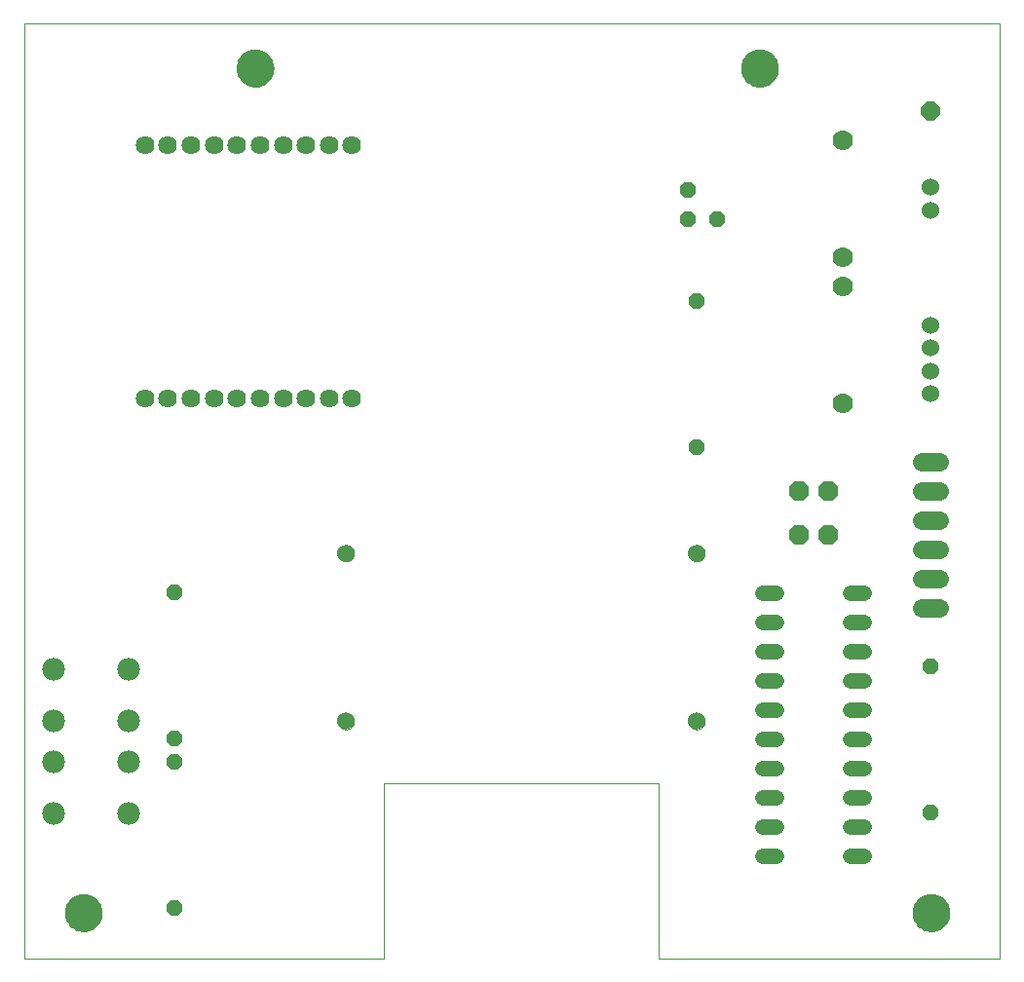
<source format=gts>
G75*
%MOIN*%
%OFA0B0*%
%FSLAX24Y24*%
%IPPOS*%
%LPD*%
%AMOC8*
5,1,8,0,0,1.08239X$1,22.5*
%
%ADD10C,0.0000*%
%ADD11C,0.1290*%
%ADD12C,0.0600*%
%ADD13C,0.0640*%
%ADD14C,0.0700*%
%ADD15OC8,0.0520*%
%ADD16OC8,0.0670*%
%ADD17C,0.0640*%
%ADD18OC8,0.0640*%
%ADD19C,0.0780*%
%ADD20C,0.0520*%
D10*
X000180Y000180D02*
X000180Y032176D01*
X033550Y032176D01*
X033550Y000180D01*
X021880Y000180D01*
X021880Y006180D01*
X012480Y006180D01*
X012480Y000180D01*
X000180Y000180D01*
X001575Y001740D02*
X001577Y001790D01*
X001583Y001839D01*
X001593Y001888D01*
X001606Y001935D01*
X001624Y001982D01*
X001645Y002027D01*
X001669Y002070D01*
X001697Y002111D01*
X001728Y002150D01*
X001762Y002186D01*
X001799Y002220D01*
X001839Y002250D01*
X001880Y002277D01*
X001924Y002301D01*
X001969Y002321D01*
X002016Y002337D01*
X002064Y002350D01*
X002113Y002359D01*
X002163Y002364D01*
X002212Y002365D01*
X002262Y002362D01*
X002311Y002355D01*
X002360Y002344D01*
X002407Y002330D01*
X002453Y002311D01*
X002498Y002289D01*
X002541Y002264D01*
X002581Y002235D01*
X002619Y002203D01*
X002655Y002169D01*
X002688Y002131D01*
X002717Y002091D01*
X002743Y002049D01*
X002766Y002005D01*
X002785Y001959D01*
X002801Y001912D01*
X002813Y001863D01*
X002821Y001814D01*
X002825Y001765D01*
X002825Y001715D01*
X002821Y001666D01*
X002813Y001617D01*
X002801Y001568D01*
X002785Y001521D01*
X002766Y001475D01*
X002743Y001431D01*
X002717Y001389D01*
X002688Y001349D01*
X002655Y001311D01*
X002619Y001277D01*
X002581Y001245D01*
X002541Y001216D01*
X002498Y001191D01*
X002453Y001169D01*
X002407Y001150D01*
X002360Y001136D01*
X002311Y001125D01*
X002262Y001118D01*
X002212Y001115D01*
X002163Y001116D01*
X002113Y001121D01*
X002064Y001130D01*
X002016Y001143D01*
X001969Y001159D01*
X001924Y001179D01*
X001880Y001203D01*
X001839Y001230D01*
X001799Y001260D01*
X001762Y001294D01*
X001728Y001330D01*
X001697Y001369D01*
X001669Y001410D01*
X001645Y001453D01*
X001624Y001498D01*
X001606Y001545D01*
X001593Y001592D01*
X001583Y001641D01*
X001577Y001690D01*
X001575Y001740D01*
X010900Y008305D02*
X010902Y008338D01*
X010908Y008371D01*
X010918Y008402D01*
X010931Y008433D01*
X010948Y008461D01*
X010968Y008488D01*
X010991Y008512D01*
X011017Y008532D01*
X011045Y008550D01*
X011075Y008564D01*
X011106Y008575D01*
X011139Y008582D01*
X011172Y008585D01*
X011205Y008584D01*
X011238Y008579D01*
X011270Y008570D01*
X011300Y008558D01*
X011329Y008542D01*
X011356Y008522D01*
X011381Y008500D01*
X011403Y008475D01*
X011421Y008447D01*
X011436Y008418D01*
X011448Y008387D01*
X011456Y008355D01*
X011460Y008322D01*
X011460Y008288D01*
X011456Y008255D01*
X011448Y008223D01*
X011436Y008192D01*
X011421Y008163D01*
X011403Y008135D01*
X011381Y008110D01*
X011356Y008088D01*
X011329Y008068D01*
X011300Y008052D01*
X011270Y008040D01*
X011238Y008031D01*
X011205Y008026D01*
X011172Y008025D01*
X011139Y008028D01*
X011106Y008035D01*
X011075Y008046D01*
X011045Y008060D01*
X011017Y008078D01*
X010991Y008098D01*
X010968Y008122D01*
X010948Y008149D01*
X010931Y008177D01*
X010918Y008208D01*
X010908Y008239D01*
X010902Y008272D01*
X010900Y008305D01*
X010900Y014055D02*
X010902Y014088D01*
X010908Y014121D01*
X010918Y014152D01*
X010931Y014183D01*
X010948Y014211D01*
X010968Y014238D01*
X010991Y014262D01*
X011017Y014282D01*
X011045Y014300D01*
X011075Y014314D01*
X011106Y014325D01*
X011139Y014332D01*
X011172Y014335D01*
X011205Y014334D01*
X011238Y014329D01*
X011270Y014320D01*
X011300Y014308D01*
X011329Y014292D01*
X011356Y014272D01*
X011381Y014250D01*
X011403Y014225D01*
X011421Y014197D01*
X011436Y014168D01*
X011448Y014137D01*
X011456Y014105D01*
X011460Y014072D01*
X011460Y014038D01*
X011456Y014005D01*
X011448Y013973D01*
X011436Y013942D01*
X011421Y013913D01*
X011403Y013885D01*
X011381Y013860D01*
X011356Y013838D01*
X011329Y013818D01*
X011300Y013802D01*
X011270Y013790D01*
X011238Y013781D01*
X011205Y013776D01*
X011172Y013775D01*
X011139Y013778D01*
X011106Y013785D01*
X011075Y013796D01*
X011045Y013810D01*
X011017Y013828D01*
X010991Y013848D01*
X010968Y013872D01*
X010948Y013899D01*
X010931Y013927D01*
X010918Y013958D01*
X010908Y013989D01*
X010902Y014022D01*
X010900Y014055D01*
X022900Y014055D02*
X022902Y014088D01*
X022908Y014121D01*
X022918Y014152D01*
X022931Y014183D01*
X022948Y014211D01*
X022968Y014238D01*
X022991Y014262D01*
X023017Y014282D01*
X023045Y014300D01*
X023075Y014314D01*
X023106Y014325D01*
X023139Y014332D01*
X023172Y014335D01*
X023205Y014334D01*
X023238Y014329D01*
X023270Y014320D01*
X023300Y014308D01*
X023329Y014292D01*
X023356Y014272D01*
X023381Y014250D01*
X023403Y014225D01*
X023421Y014197D01*
X023436Y014168D01*
X023448Y014137D01*
X023456Y014105D01*
X023460Y014072D01*
X023460Y014038D01*
X023456Y014005D01*
X023448Y013973D01*
X023436Y013942D01*
X023421Y013913D01*
X023403Y013885D01*
X023381Y013860D01*
X023356Y013838D01*
X023329Y013818D01*
X023300Y013802D01*
X023270Y013790D01*
X023238Y013781D01*
X023205Y013776D01*
X023172Y013775D01*
X023139Y013778D01*
X023106Y013785D01*
X023075Y013796D01*
X023045Y013810D01*
X023017Y013828D01*
X022991Y013848D01*
X022968Y013872D01*
X022948Y013899D01*
X022931Y013927D01*
X022918Y013958D01*
X022908Y013989D01*
X022902Y014022D01*
X022900Y014055D01*
X022900Y008305D02*
X022902Y008338D01*
X022908Y008371D01*
X022918Y008402D01*
X022931Y008433D01*
X022948Y008461D01*
X022968Y008488D01*
X022991Y008512D01*
X023017Y008532D01*
X023045Y008550D01*
X023075Y008564D01*
X023106Y008575D01*
X023139Y008582D01*
X023172Y008585D01*
X023205Y008584D01*
X023238Y008579D01*
X023270Y008570D01*
X023300Y008558D01*
X023329Y008542D01*
X023356Y008522D01*
X023381Y008500D01*
X023403Y008475D01*
X023421Y008447D01*
X023436Y008418D01*
X023448Y008387D01*
X023456Y008355D01*
X023460Y008322D01*
X023460Y008288D01*
X023456Y008255D01*
X023448Y008223D01*
X023436Y008192D01*
X023421Y008163D01*
X023403Y008135D01*
X023381Y008110D01*
X023356Y008088D01*
X023329Y008068D01*
X023300Y008052D01*
X023270Y008040D01*
X023238Y008031D01*
X023205Y008026D01*
X023172Y008025D01*
X023139Y008028D01*
X023106Y008035D01*
X023075Y008046D01*
X023045Y008060D01*
X023017Y008078D01*
X022991Y008098D01*
X022968Y008122D01*
X022948Y008149D01*
X022931Y008177D01*
X022918Y008208D01*
X022908Y008239D01*
X022902Y008272D01*
X022900Y008305D01*
X030575Y001740D02*
X030577Y001790D01*
X030583Y001839D01*
X030593Y001888D01*
X030606Y001935D01*
X030624Y001982D01*
X030645Y002027D01*
X030669Y002070D01*
X030697Y002111D01*
X030728Y002150D01*
X030762Y002186D01*
X030799Y002220D01*
X030839Y002250D01*
X030880Y002277D01*
X030924Y002301D01*
X030969Y002321D01*
X031016Y002337D01*
X031064Y002350D01*
X031113Y002359D01*
X031163Y002364D01*
X031212Y002365D01*
X031262Y002362D01*
X031311Y002355D01*
X031360Y002344D01*
X031407Y002330D01*
X031453Y002311D01*
X031498Y002289D01*
X031541Y002264D01*
X031581Y002235D01*
X031619Y002203D01*
X031655Y002169D01*
X031688Y002131D01*
X031717Y002091D01*
X031743Y002049D01*
X031766Y002005D01*
X031785Y001959D01*
X031801Y001912D01*
X031813Y001863D01*
X031821Y001814D01*
X031825Y001765D01*
X031825Y001715D01*
X031821Y001666D01*
X031813Y001617D01*
X031801Y001568D01*
X031785Y001521D01*
X031766Y001475D01*
X031743Y001431D01*
X031717Y001389D01*
X031688Y001349D01*
X031655Y001311D01*
X031619Y001277D01*
X031581Y001245D01*
X031541Y001216D01*
X031498Y001191D01*
X031453Y001169D01*
X031407Y001150D01*
X031360Y001136D01*
X031311Y001125D01*
X031262Y001118D01*
X031212Y001115D01*
X031163Y001116D01*
X031113Y001121D01*
X031064Y001130D01*
X031016Y001143D01*
X030969Y001159D01*
X030924Y001179D01*
X030880Y001203D01*
X030839Y001230D01*
X030799Y001260D01*
X030762Y001294D01*
X030728Y001330D01*
X030697Y001369D01*
X030669Y001410D01*
X030645Y001453D01*
X030624Y001498D01*
X030606Y001545D01*
X030593Y001592D01*
X030583Y001641D01*
X030577Y001690D01*
X030575Y001740D01*
X024705Y030640D02*
X024707Y030690D01*
X024713Y030739D01*
X024723Y030788D01*
X024736Y030835D01*
X024754Y030882D01*
X024775Y030927D01*
X024799Y030970D01*
X024827Y031011D01*
X024858Y031050D01*
X024892Y031086D01*
X024929Y031120D01*
X024969Y031150D01*
X025010Y031177D01*
X025054Y031201D01*
X025099Y031221D01*
X025146Y031237D01*
X025194Y031250D01*
X025243Y031259D01*
X025293Y031264D01*
X025342Y031265D01*
X025392Y031262D01*
X025441Y031255D01*
X025490Y031244D01*
X025537Y031230D01*
X025583Y031211D01*
X025628Y031189D01*
X025671Y031164D01*
X025711Y031135D01*
X025749Y031103D01*
X025785Y031069D01*
X025818Y031031D01*
X025847Y030991D01*
X025873Y030949D01*
X025896Y030905D01*
X025915Y030859D01*
X025931Y030812D01*
X025943Y030763D01*
X025951Y030714D01*
X025955Y030665D01*
X025955Y030615D01*
X025951Y030566D01*
X025943Y030517D01*
X025931Y030468D01*
X025915Y030421D01*
X025896Y030375D01*
X025873Y030331D01*
X025847Y030289D01*
X025818Y030249D01*
X025785Y030211D01*
X025749Y030177D01*
X025711Y030145D01*
X025671Y030116D01*
X025628Y030091D01*
X025583Y030069D01*
X025537Y030050D01*
X025490Y030036D01*
X025441Y030025D01*
X025392Y030018D01*
X025342Y030015D01*
X025293Y030016D01*
X025243Y030021D01*
X025194Y030030D01*
X025146Y030043D01*
X025099Y030059D01*
X025054Y030079D01*
X025010Y030103D01*
X024969Y030130D01*
X024929Y030160D01*
X024892Y030194D01*
X024858Y030230D01*
X024827Y030269D01*
X024799Y030310D01*
X024775Y030353D01*
X024754Y030398D01*
X024736Y030445D01*
X024723Y030492D01*
X024713Y030541D01*
X024707Y030590D01*
X024705Y030640D01*
X007447Y030640D02*
X007449Y030690D01*
X007455Y030739D01*
X007465Y030788D01*
X007478Y030835D01*
X007496Y030882D01*
X007517Y030927D01*
X007541Y030970D01*
X007569Y031011D01*
X007600Y031050D01*
X007634Y031086D01*
X007671Y031120D01*
X007711Y031150D01*
X007752Y031177D01*
X007796Y031201D01*
X007841Y031221D01*
X007888Y031237D01*
X007936Y031250D01*
X007985Y031259D01*
X008035Y031264D01*
X008084Y031265D01*
X008134Y031262D01*
X008183Y031255D01*
X008232Y031244D01*
X008279Y031230D01*
X008325Y031211D01*
X008370Y031189D01*
X008413Y031164D01*
X008453Y031135D01*
X008491Y031103D01*
X008527Y031069D01*
X008560Y031031D01*
X008589Y030991D01*
X008615Y030949D01*
X008638Y030905D01*
X008657Y030859D01*
X008673Y030812D01*
X008685Y030763D01*
X008693Y030714D01*
X008697Y030665D01*
X008697Y030615D01*
X008693Y030566D01*
X008685Y030517D01*
X008673Y030468D01*
X008657Y030421D01*
X008638Y030375D01*
X008615Y030331D01*
X008589Y030289D01*
X008560Y030249D01*
X008527Y030211D01*
X008491Y030177D01*
X008453Y030145D01*
X008413Y030116D01*
X008370Y030091D01*
X008325Y030069D01*
X008279Y030050D01*
X008232Y030036D01*
X008183Y030025D01*
X008134Y030018D01*
X008084Y030015D01*
X008035Y030016D01*
X007985Y030021D01*
X007936Y030030D01*
X007888Y030043D01*
X007841Y030059D01*
X007796Y030079D01*
X007752Y030103D01*
X007711Y030130D01*
X007671Y030160D01*
X007634Y030194D01*
X007600Y030230D01*
X007569Y030269D01*
X007541Y030310D01*
X007517Y030353D01*
X007496Y030398D01*
X007478Y030445D01*
X007465Y030492D01*
X007455Y030541D01*
X007449Y030590D01*
X007447Y030640D01*
D11*
X008072Y030640D03*
X025330Y030640D03*
X031200Y001740D03*
X002200Y001740D03*
D12*
X011180Y008305D03*
X011180Y014055D03*
X023180Y014055D03*
X023180Y008305D03*
X031180Y019499D03*
X031180Y020286D03*
X031180Y021074D03*
X031180Y021861D03*
X031180Y025786D03*
X031180Y026574D03*
D13*
X011393Y028011D03*
X010605Y028011D03*
X009818Y028011D03*
X009030Y028011D03*
X008243Y028011D03*
X007456Y028011D03*
X006668Y028011D03*
X005881Y028011D03*
X005093Y028011D03*
X004306Y028011D03*
X004306Y019349D03*
X005093Y019349D03*
X005881Y019349D03*
X006668Y019349D03*
X007456Y019349D03*
X008243Y019349D03*
X009030Y019349D03*
X009818Y019349D03*
X010605Y019349D03*
X011393Y019349D03*
D14*
X028180Y019180D03*
X028180Y023180D03*
X028180Y024180D03*
X028180Y028180D03*
D15*
X023880Y025480D03*
X022880Y025480D03*
X022880Y026480D03*
X023180Y022680D03*
X023180Y017680D03*
X031180Y010180D03*
X031180Y005180D03*
X005324Y006902D03*
X005327Y007702D03*
X005327Y012702D03*
X005324Y001902D03*
D16*
X026680Y014680D03*
X027680Y014680D03*
X027680Y016180D03*
X026680Y016180D03*
D17*
X030880Y016180D02*
X031480Y016180D01*
X031480Y017180D02*
X030880Y017180D01*
X030880Y015180D02*
X031480Y015180D01*
X031480Y014180D02*
X030880Y014180D01*
X030880Y013180D02*
X031480Y013180D01*
X031480Y012180D02*
X030880Y012180D01*
D18*
X031180Y029180D03*
D19*
X003743Y010090D03*
X003743Y008310D03*
X003747Y006910D03*
X003747Y005130D03*
X001187Y005130D03*
X001187Y006910D03*
X001183Y008310D03*
X001183Y010090D03*
D20*
X025440Y009682D02*
X025920Y009682D01*
X025920Y008682D02*
X025440Y008682D01*
X025440Y007682D02*
X025920Y007682D01*
X025920Y006682D02*
X025440Y006682D01*
X025440Y005682D02*
X025920Y005682D01*
X025920Y004682D02*
X025440Y004682D01*
X025440Y003682D02*
X025920Y003682D01*
X028440Y003682D02*
X028920Y003682D01*
X028920Y004682D02*
X028440Y004682D01*
X028440Y005682D02*
X028920Y005682D01*
X028920Y006682D02*
X028440Y006682D01*
X028440Y007682D02*
X028920Y007682D01*
X028920Y008682D02*
X028440Y008682D01*
X028440Y009682D02*
X028920Y009682D01*
X028920Y010682D02*
X028440Y010682D01*
X028440Y011682D02*
X028920Y011682D01*
X028920Y012682D02*
X028440Y012682D01*
X025920Y012682D02*
X025440Y012682D01*
X025440Y011682D02*
X025920Y011682D01*
X025920Y010682D02*
X025440Y010682D01*
M02*

</source>
